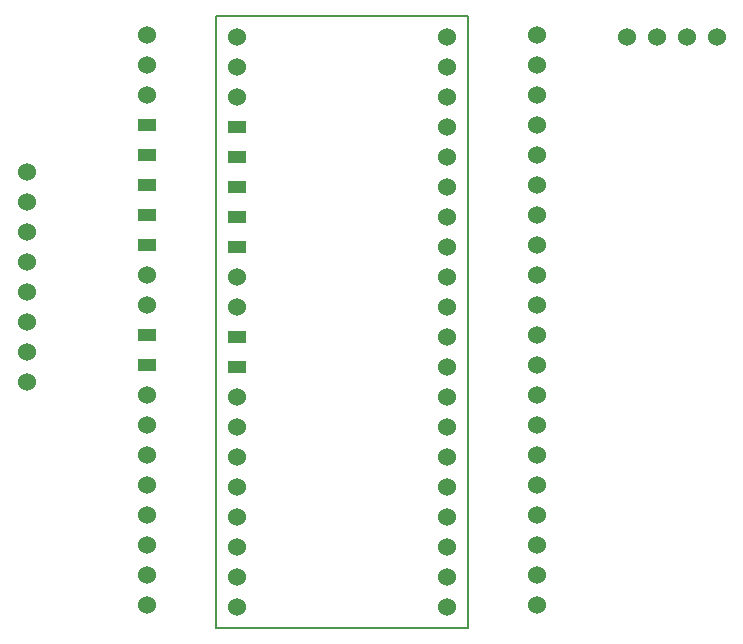
<source format=gbr>
G04 DesignSpark PCB Gerber Version 11.0 Build 5877*
G04 #@! TF.Part,Single*
G04 #@! TF.FileFunction,AssemblyDrawing,Top*
G04 #@! TF.FilePolarity,Positive*
%FSLAX35Y35*%
%MOIN*%
%ADD10C,0.00500*%
G04 #@! TA.AperFunction,WasherPad*
%ADD15C,0.06000*%
%ADD16R,0.06000X0.04000*%
G04 #@! TD.AperFunction*
X0Y0D02*
D02*
D10*
X182250Y227250D02*
Y23250D01*
X98250D01*
Y227250D01*
X182250D01*
D02*
D15*
X35250Y105250D03*
Y115250D03*
Y125250D03*
Y135250D03*
Y145250D03*
Y155250D03*
Y165250D03*
Y175250D03*
X75250Y30750D03*
Y40750D03*
Y50750D03*
Y60750D03*
Y70750D03*
Y80750D03*
Y90750D03*
Y100750D03*
Y130750D03*
Y140750D03*
Y200750D03*
Y210750D03*
Y220750D03*
X105250Y30250D03*
Y40250D03*
Y50250D03*
Y60250D03*
Y70250D03*
Y80250D03*
Y90250D03*
Y100250D03*
Y130250D03*
Y140250D03*
Y200250D03*
Y210250D03*
Y220250D03*
X175250Y30250D03*
Y40250D03*
Y50250D03*
Y60250D03*
Y70250D03*
Y80250D03*
Y90250D03*
Y100250D03*
Y110250D03*
Y120250D03*
Y130250D03*
Y140250D03*
Y150250D03*
Y160250D03*
Y170250D03*
Y180250D03*
Y190250D03*
Y200250D03*
Y210250D03*
Y220250D03*
X205250Y30750D03*
Y40750D03*
Y50750D03*
Y60750D03*
Y70750D03*
Y80750D03*
Y90750D03*
Y100750D03*
Y110750D03*
Y120750D03*
Y130750D03*
Y140750D03*
Y150750D03*
Y160750D03*
Y170750D03*
Y180750D03*
Y190750D03*
Y200750D03*
Y210750D03*
Y220750D03*
X235250Y220250D03*
X245250D03*
X255250D03*
X265250D03*
D02*
D16*
X75250Y110750D03*
Y120750D03*
Y150750D03*
Y160750D03*
Y170750D03*
Y180750D03*
Y190750D03*
X105250Y110250D03*
Y120250D03*
Y150250D03*
Y160250D03*
Y170250D03*
Y180250D03*
Y190250D03*
X0Y0D02*
M02*

</source>
